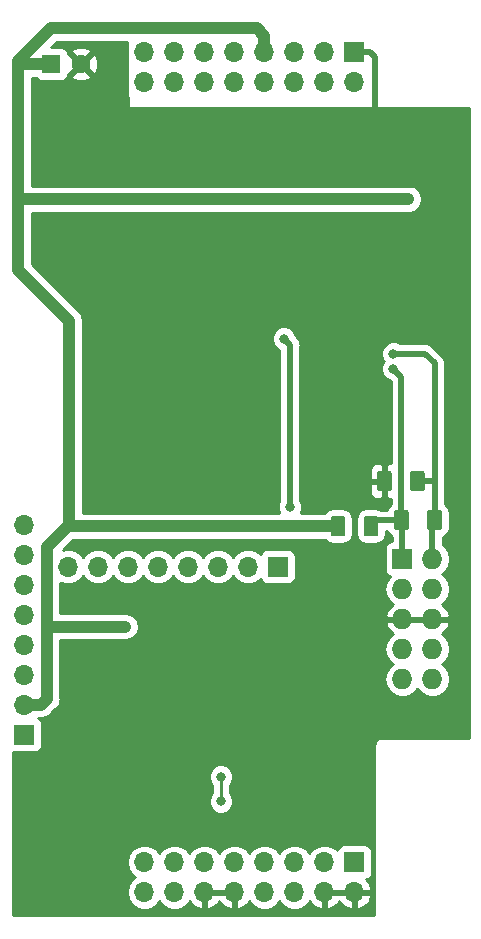
<source format=gbr>
G04 #@! TF.GenerationSoftware,KiCad,Pcbnew,(5.0.0-rc2-dev-451-g0294e41cb)*
G04 #@! TF.CreationDate,2018-10-10T22:07:44+02:00*
G04 #@! TF.ProjectId,TrackModBusMaster_piggyback,547261636B4D6F644275734D61737465,rev?*
G04 #@! TF.SameCoordinates,Original*
G04 #@! TF.FileFunction,Copper,L2,Bot,Signal*
G04 #@! TF.FilePolarity,Positive*
%FSLAX46Y46*%
G04 Gerber Fmt 4.6, Leading zero omitted, Abs format (unit mm)*
G04 Created by KiCad (PCBNEW (5.0.0-rc2-dev-451-g0294e41cb)) date 10/10/18 22:07:44*
%MOMM*%
%LPD*%
G01*
G04 APERTURE LIST*
%ADD10O,1.700000X1.700000*%
%ADD11R,1.700000X1.700000*%
%ADD12R,1.727200X1.727200*%
%ADD13O,1.727200X1.727200*%
%ADD14C,0.100000*%
%ADD15C,1.250000*%
%ADD16R,1.600000X1.600000*%
%ADD17C,1.600000*%
%ADD18C,0.800000*%
%ADD19C,0.500000*%
%ADD20C,0.250000*%
%ADD21C,1.000000*%
%ADD22C,0.254000*%
G04 APERTURE END LIST*
D10*
X116840000Y-48260000D03*
X116840000Y-45720000D03*
X119380000Y-48260000D03*
X119380000Y-45720000D03*
X121920000Y-48260000D03*
X121920000Y-45720000D03*
X124460000Y-48260000D03*
X124460000Y-45720000D03*
X127000000Y-48260000D03*
X127000000Y-45720000D03*
X129540000Y-48260000D03*
X129540000Y-45720000D03*
X132080000Y-48260000D03*
X132080000Y-45720000D03*
X134620000Y-48260000D03*
D11*
X134620000Y-45720000D03*
D12*
X138684000Y-88646000D03*
D13*
X141224000Y-88646000D03*
X138684000Y-91186000D03*
X141224000Y-91186000D03*
X138684000Y-93726000D03*
X141224000Y-93726000D03*
X138684000Y-96266000D03*
X141224000Y-96266000D03*
X138684000Y-98806000D03*
X141224000Y-98806000D03*
D11*
X134620000Y-114300000D03*
D10*
X134620000Y-116840000D03*
X132080000Y-114300000D03*
X132080000Y-116840000D03*
X129540000Y-114300000D03*
X129540000Y-116840000D03*
X127000000Y-114300000D03*
X127000000Y-116840000D03*
X124460000Y-114300000D03*
X124460000Y-116840000D03*
X121920000Y-114300000D03*
X121920000Y-116840000D03*
X119380000Y-114300000D03*
X119380000Y-116840000D03*
X116840000Y-114300000D03*
X116840000Y-116840000D03*
D11*
X128143000Y-89281000D03*
D10*
X125603000Y-89281000D03*
X123063000Y-89281000D03*
X120523000Y-89281000D03*
X117983000Y-89281000D03*
X115443000Y-89281000D03*
X112903000Y-89281000D03*
X110363000Y-89281000D03*
X106680000Y-85725000D03*
X106680000Y-88265000D03*
X106680000Y-90805000D03*
X106680000Y-93345000D03*
X106680000Y-95885000D03*
X106680000Y-98425000D03*
X106680000Y-100965000D03*
D11*
X106680000Y-103505000D03*
D14*
G36*
X136419504Y-84978204D02*
X136443773Y-84981804D01*
X136467571Y-84987765D01*
X136490671Y-84996030D01*
X136512849Y-85006520D01*
X136533893Y-85019133D01*
X136553598Y-85033747D01*
X136571777Y-85050223D01*
X136588253Y-85068402D01*
X136602867Y-85088107D01*
X136615480Y-85109151D01*
X136625970Y-85131329D01*
X136634235Y-85154429D01*
X136640196Y-85178227D01*
X136643796Y-85202496D01*
X136645000Y-85227000D01*
X136645000Y-86477000D01*
X136643796Y-86501504D01*
X136640196Y-86525773D01*
X136634235Y-86549571D01*
X136625970Y-86572671D01*
X136615480Y-86594849D01*
X136602867Y-86615893D01*
X136588253Y-86635598D01*
X136571777Y-86653777D01*
X136553598Y-86670253D01*
X136533893Y-86684867D01*
X136512849Y-86697480D01*
X136490671Y-86707970D01*
X136467571Y-86716235D01*
X136443773Y-86722196D01*
X136419504Y-86725796D01*
X136395000Y-86727000D01*
X135645000Y-86727000D01*
X135620496Y-86725796D01*
X135596227Y-86722196D01*
X135572429Y-86716235D01*
X135549329Y-86707970D01*
X135527151Y-86697480D01*
X135506107Y-86684867D01*
X135486402Y-86670253D01*
X135468223Y-86653777D01*
X135451747Y-86635598D01*
X135437133Y-86615893D01*
X135424520Y-86594849D01*
X135414030Y-86572671D01*
X135405765Y-86549571D01*
X135399804Y-86525773D01*
X135396204Y-86501504D01*
X135395000Y-86477000D01*
X135395000Y-85227000D01*
X135396204Y-85202496D01*
X135399804Y-85178227D01*
X135405765Y-85154429D01*
X135414030Y-85131329D01*
X135424520Y-85109151D01*
X135437133Y-85088107D01*
X135451747Y-85068402D01*
X135468223Y-85050223D01*
X135486402Y-85033747D01*
X135506107Y-85019133D01*
X135527151Y-85006520D01*
X135549329Y-84996030D01*
X135572429Y-84987765D01*
X135596227Y-84981804D01*
X135620496Y-84978204D01*
X135645000Y-84977000D01*
X136395000Y-84977000D01*
X136419504Y-84978204D01*
X136419504Y-84978204D01*
G37*
D15*
X136020000Y-85852000D03*
D14*
G36*
X133619504Y-84978204D02*
X133643773Y-84981804D01*
X133667571Y-84987765D01*
X133690671Y-84996030D01*
X133712849Y-85006520D01*
X133733893Y-85019133D01*
X133753598Y-85033747D01*
X133771777Y-85050223D01*
X133788253Y-85068402D01*
X133802867Y-85088107D01*
X133815480Y-85109151D01*
X133825970Y-85131329D01*
X133834235Y-85154429D01*
X133840196Y-85178227D01*
X133843796Y-85202496D01*
X133845000Y-85227000D01*
X133845000Y-86477000D01*
X133843796Y-86501504D01*
X133840196Y-86525773D01*
X133834235Y-86549571D01*
X133825970Y-86572671D01*
X133815480Y-86594849D01*
X133802867Y-86615893D01*
X133788253Y-86635598D01*
X133771777Y-86653777D01*
X133753598Y-86670253D01*
X133733893Y-86684867D01*
X133712849Y-86697480D01*
X133690671Y-86707970D01*
X133667571Y-86716235D01*
X133643773Y-86722196D01*
X133619504Y-86725796D01*
X133595000Y-86727000D01*
X132845000Y-86727000D01*
X132820496Y-86725796D01*
X132796227Y-86722196D01*
X132772429Y-86716235D01*
X132749329Y-86707970D01*
X132727151Y-86697480D01*
X132706107Y-86684867D01*
X132686402Y-86670253D01*
X132668223Y-86653777D01*
X132651747Y-86635598D01*
X132637133Y-86615893D01*
X132624520Y-86594849D01*
X132614030Y-86572671D01*
X132605765Y-86549571D01*
X132599804Y-86525773D01*
X132596204Y-86501504D01*
X132595000Y-86477000D01*
X132595000Y-85227000D01*
X132596204Y-85202496D01*
X132599804Y-85178227D01*
X132605765Y-85154429D01*
X132614030Y-85131329D01*
X132624520Y-85109151D01*
X132637133Y-85088107D01*
X132651747Y-85068402D01*
X132668223Y-85050223D01*
X132686402Y-85033747D01*
X132706107Y-85019133D01*
X132727151Y-85006520D01*
X132749329Y-84996030D01*
X132772429Y-84987765D01*
X132796227Y-84981804D01*
X132820496Y-84978204D01*
X132845000Y-84977000D01*
X133595000Y-84977000D01*
X133619504Y-84978204D01*
X133619504Y-84978204D01*
G37*
D15*
X133220000Y-85852000D03*
D14*
G36*
X139000520Y-84470204D02*
X139024789Y-84473804D01*
X139048587Y-84479765D01*
X139071687Y-84488030D01*
X139093865Y-84498520D01*
X139114909Y-84511133D01*
X139134614Y-84525747D01*
X139152793Y-84542223D01*
X139169269Y-84560402D01*
X139183883Y-84580107D01*
X139196496Y-84601151D01*
X139206986Y-84623329D01*
X139215251Y-84646429D01*
X139221212Y-84670227D01*
X139224812Y-84694496D01*
X139226016Y-84719000D01*
X139226016Y-85969000D01*
X139224812Y-85993504D01*
X139221212Y-86017773D01*
X139215251Y-86041571D01*
X139206986Y-86064671D01*
X139196496Y-86086849D01*
X139183883Y-86107893D01*
X139169269Y-86127598D01*
X139152793Y-86145777D01*
X139134614Y-86162253D01*
X139114909Y-86176867D01*
X139093865Y-86189480D01*
X139071687Y-86199970D01*
X139048587Y-86208235D01*
X139024789Y-86214196D01*
X139000520Y-86217796D01*
X138976016Y-86219000D01*
X138226016Y-86219000D01*
X138201512Y-86217796D01*
X138177243Y-86214196D01*
X138153445Y-86208235D01*
X138130345Y-86199970D01*
X138108167Y-86189480D01*
X138087123Y-86176867D01*
X138067418Y-86162253D01*
X138049239Y-86145777D01*
X138032763Y-86127598D01*
X138018149Y-86107893D01*
X138005536Y-86086849D01*
X137995046Y-86064671D01*
X137986781Y-86041571D01*
X137980820Y-86017773D01*
X137977220Y-85993504D01*
X137976016Y-85969000D01*
X137976016Y-84719000D01*
X137977220Y-84694496D01*
X137980820Y-84670227D01*
X137986781Y-84646429D01*
X137995046Y-84623329D01*
X138005536Y-84601151D01*
X138018149Y-84580107D01*
X138032763Y-84560402D01*
X138049239Y-84542223D01*
X138067418Y-84525747D01*
X138087123Y-84511133D01*
X138108167Y-84498520D01*
X138130345Y-84488030D01*
X138153445Y-84479765D01*
X138177243Y-84473804D01*
X138201512Y-84470204D01*
X138226016Y-84469000D01*
X138976016Y-84469000D01*
X139000520Y-84470204D01*
X139000520Y-84470204D01*
G37*
D15*
X138601016Y-85344000D03*
D14*
G36*
X141800520Y-84470204D02*
X141824789Y-84473804D01*
X141848587Y-84479765D01*
X141871687Y-84488030D01*
X141893865Y-84498520D01*
X141914909Y-84511133D01*
X141934614Y-84525747D01*
X141952793Y-84542223D01*
X141969269Y-84560402D01*
X141983883Y-84580107D01*
X141996496Y-84601151D01*
X142006986Y-84623329D01*
X142015251Y-84646429D01*
X142021212Y-84670227D01*
X142024812Y-84694496D01*
X142026016Y-84719000D01*
X142026016Y-85969000D01*
X142024812Y-85993504D01*
X142021212Y-86017773D01*
X142015251Y-86041571D01*
X142006986Y-86064671D01*
X141996496Y-86086849D01*
X141983883Y-86107893D01*
X141969269Y-86127598D01*
X141952793Y-86145777D01*
X141934614Y-86162253D01*
X141914909Y-86176867D01*
X141893865Y-86189480D01*
X141871687Y-86199970D01*
X141848587Y-86208235D01*
X141824789Y-86214196D01*
X141800520Y-86217796D01*
X141776016Y-86219000D01*
X141026016Y-86219000D01*
X141001512Y-86217796D01*
X140977243Y-86214196D01*
X140953445Y-86208235D01*
X140930345Y-86199970D01*
X140908167Y-86189480D01*
X140887123Y-86176867D01*
X140867418Y-86162253D01*
X140849239Y-86145777D01*
X140832763Y-86127598D01*
X140818149Y-86107893D01*
X140805536Y-86086849D01*
X140795046Y-86064671D01*
X140786781Y-86041571D01*
X140780820Y-86017773D01*
X140777220Y-85993504D01*
X140776016Y-85969000D01*
X140776016Y-84719000D01*
X140777220Y-84694496D01*
X140780820Y-84670227D01*
X140786781Y-84646429D01*
X140795046Y-84623329D01*
X140805536Y-84601151D01*
X140818149Y-84580107D01*
X140832763Y-84560402D01*
X140849239Y-84542223D01*
X140867418Y-84525747D01*
X140887123Y-84511133D01*
X140908167Y-84498520D01*
X140930345Y-84488030D01*
X140953445Y-84479765D01*
X140977243Y-84473804D01*
X141001512Y-84470204D01*
X141026016Y-84469000D01*
X141776016Y-84469000D01*
X141800520Y-84470204D01*
X141800520Y-84470204D01*
G37*
D15*
X141401016Y-85344000D03*
D14*
G36*
X137556504Y-81168204D02*
X137580773Y-81171804D01*
X137604571Y-81177765D01*
X137627671Y-81186030D01*
X137649849Y-81196520D01*
X137670893Y-81209133D01*
X137690598Y-81223747D01*
X137708777Y-81240223D01*
X137725253Y-81258402D01*
X137739867Y-81278107D01*
X137752480Y-81299151D01*
X137762970Y-81321329D01*
X137771235Y-81344429D01*
X137777196Y-81368227D01*
X137780796Y-81392496D01*
X137782000Y-81417000D01*
X137782000Y-82667000D01*
X137780796Y-82691504D01*
X137777196Y-82715773D01*
X137771235Y-82739571D01*
X137762970Y-82762671D01*
X137752480Y-82784849D01*
X137739867Y-82805893D01*
X137725253Y-82825598D01*
X137708777Y-82843777D01*
X137690598Y-82860253D01*
X137670893Y-82874867D01*
X137649849Y-82887480D01*
X137627671Y-82897970D01*
X137604571Y-82906235D01*
X137580773Y-82912196D01*
X137556504Y-82915796D01*
X137532000Y-82917000D01*
X136782000Y-82917000D01*
X136757496Y-82915796D01*
X136733227Y-82912196D01*
X136709429Y-82906235D01*
X136686329Y-82897970D01*
X136664151Y-82887480D01*
X136643107Y-82874867D01*
X136623402Y-82860253D01*
X136605223Y-82843777D01*
X136588747Y-82825598D01*
X136574133Y-82805893D01*
X136561520Y-82784849D01*
X136551030Y-82762671D01*
X136542765Y-82739571D01*
X136536804Y-82715773D01*
X136533204Y-82691504D01*
X136532000Y-82667000D01*
X136532000Y-81417000D01*
X136533204Y-81392496D01*
X136536804Y-81368227D01*
X136542765Y-81344429D01*
X136551030Y-81321329D01*
X136561520Y-81299151D01*
X136574133Y-81278107D01*
X136588747Y-81258402D01*
X136605223Y-81240223D01*
X136623402Y-81223747D01*
X136643107Y-81209133D01*
X136664151Y-81196520D01*
X136686329Y-81186030D01*
X136709429Y-81177765D01*
X136733227Y-81171804D01*
X136757496Y-81168204D01*
X136782000Y-81167000D01*
X137532000Y-81167000D01*
X137556504Y-81168204D01*
X137556504Y-81168204D01*
G37*
D15*
X137157000Y-82042000D03*
D14*
G36*
X140356504Y-81168204D02*
X140380773Y-81171804D01*
X140404571Y-81177765D01*
X140427671Y-81186030D01*
X140449849Y-81196520D01*
X140470893Y-81209133D01*
X140490598Y-81223747D01*
X140508777Y-81240223D01*
X140525253Y-81258402D01*
X140539867Y-81278107D01*
X140552480Y-81299151D01*
X140562970Y-81321329D01*
X140571235Y-81344429D01*
X140577196Y-81368227D01*
X140580796Y-81392496D01*
X140582000Y-81417000D01*
X140582000Y-82667000D01*
X140580796Y-82691504D01*
X140577196Y-82715773D01*
X140571235Y-82739571D01*
X140562970Y-82762671D01*
X140552480Y-82784849D01*
X140539867Y-82805893D01*
X140525253Y-82825598D01*
X140508777Y-82843777D01*
X140490598Y-82860253D01*
X140470893Y-82874867D01*
X140449849Y-82887480D01*
X140427671Y-82897970D01*
X140404571Y-82906235D01*
X140380773Y-82912196D01*
X140356504Y-82915796D01*
X140332000Y-82917000D01*
X139582000Y-82917000D01*
X139557496Y-82915796D01*
X139533227Y-82912196D01*
X139509429Y-82906235D01*
X139486329Y-82897970D01*
X139464151Y-82887480D01*
X139443107Y-82874867D01*
X139423402Y-82860253D01*
X139405223Y-82843777D01*
X139388747Y-82825598D01*
X139374133Y-82805893D01*
X139361520Y-82784849D01*
X139351030Y-82762671D01*
X139342765Y-82739571D01*
X139336804Y-82715773D01*
X139333204Y-82691504D01*
X139332000Y-82667000D01*
X139332000Y-81417000D01*
X139333204Y-81392496D01*
X139336804Y-81368227D01*
X139342765Y-81344429D01*
X139351030Y-81321329D01*
X139361520Y-81299151D01*
X139374133Y-81278107D01*
X139388747Y-81258402D01*
X139405223Y-81240223D01*
X139423402Y-81223747D01*
X139443107Y-81209133D01*
X139464151Y-81196520D01*
X139486329Y-81186030D01*
X139509429Y-81177765D01*
X139533227Y-81171804D01*
X139557496Y-81168204D01*
X139582000Y-81167000D01*
X140332000Y-81167000D01*
X140356504Y-81168204D01*
X140356504Y-81168204D01*
G37*
D15*
X139957000Y-82042000D03*
D16*
X108966000Y-46736000D03*
D17*
X111466000Y-46736000D03*
D18*
X122936000Y-64008000D03*
X134112000Y-60959992D03*
X125793500Y-104648000D03*
X133985000Y-82994500D03*
X136017000Y-75374500D03*
X114554000Y-111887000D03*
X116713000Y-104140000D03*
X116713002Y-94742000D03*
X109093000Y-103632000D03*
X114300000Y-45466000D03*
X132080000Y-110617000D03*
X123317000Y-109156500D03*
X123317000Y-107061000D03*
X124460008Y-58166000D03*
X115189000Y-94361000D03*
X139192000Y-58166000D03*
X137922000Y-72517000D03*
X137922000Y-71247000D03*
X129159000Y-84201000D03*
X128651000Y-69977000D03*
D19*
X135970000Y-45720000D02*
X136398000Y-46148000D01*
X134620000Y-45720000D02*
X135970000Y-45720000D01*
X136398000Y-46148000D02*
X136398000Y-51308000D01*
D20*
X123317000Y-109156500D02*
X123317000Y-108590815D01*
X123317000Y-108590815D02*
X123317000Y-107061000D01*
D21*
X106172000Y-46482000D02*
X106172000Y-58166000D01*
X106172000Y-58166000D02*
X124460008Y-58166000D01*
X106172000Y-46736000D02*
X106172000Y-46482000D01*
X108966000Y-46736000D02*
X106172000Y-46736000D01*
X110617000Y-85852000D02*
X133220000Y-85852000D01*
X110490000Y-85725000D02*
X110617000Y-85852000D01*
X110490000Y-68453000D02*
X110490000Y-85725000D01*
X106172000Y-58166000D02*
X106172000Y-64135000D01*
X106172000Y-64135000D02*
X110490000Y-68453000D01*
X108077000Y-100965000D02*
X106680000Y-100965000D01*
X108585000Y-100457000D02*
X108077000Y-100965000D01*
X110490000Y-85725000D02*
X108585000Y-87630000D01*
X108585000Y-94361000D02*
X108585000Y-100457000D01*
X108585000Y-87630000D02*
X108585000Y-94361000D01*
X108585000Y-94361000D02*
X115189000Y-94361000D01*
X124460008Y-58166000D02*
X139192000Y-58166000D01*
X108966000Y-43688000D02*
X106172000Y-46482000D01*
X126365000Y-43688000D02*
X108966000Y-43688000D01*
X127000000Y-45720000D02*
X127000000Y-44323000D01*
X127000000Y-44323000D02*
X126365000Y-43688000D01*
D19*
X138684000Y-85595851D02*
X138601016Y-85512867D01*
X138684000Y-88646000D02*
X138684000Y-85595851D01*
X138601016Y-73196016D02*
X138601016Y-85344000D01*
X137922000Y-72517000D02*
X138601016Y-73196016D01*
X136020000Y-85344000D02*
X138601016Y-85344000D01*
X141224000Y-85689883D02*
X141401016Y-85512867D01*
X141224000Y-88646000D02*
X141224000Y-85689883D01*
X137922000Y-71247000D02*
X140589000Y-71247000D01*
X140589000Y-71247000D02*
X141401016Y-72059016D01*
X140682000Y-82042000D02*
X141401016Y-82042000D01*
X139957000Y-82042000D02*
X140682000Y-82042000D01*
X141401016Y-72059016D02*
X141401016Y-82042000D01*
X141401016Y-82042000D02*
X141401016Y-85344000D01*
X129159000Y-84201000D02*
X129159000Y-83635315D01*
X129159000Y-83635315D02*
X129159000Y-72644000D01*
X129159000Y-72644000D02*
X129159000Y-70485000D01*
X129159000Y-70485000D02*
X128651000Y-69977000D01*
D22*
G36*
X115385736Y-45419221D02*
X115325908Y-45720000D01*
X115388420Y-46034271D01*
X115399680Y-48614671D01*
X115398514Y-48616892D01*
X115399700Y-48619418D01*
X115407001Y-50292554D01*
X115416667Y-50340601D01*
X115444197Y-50381803D01*
X115485399Y-50409333D01*
X115534000Y-50419000D01*
X144290001Y-50419000D01*
X144290000Y-103790000D01*
X137069925Y-103790000D01*
X137000000Y-103776091D01*
X136930074Y-103790000D01*
X136722972Y-103831195D01*
X136488119Y-103988119D01*
X136331195Y-104222972D01*
X136276091Y-104500000D01*
X136290000Y-104569925D01*
X136290001Y-118790000D01*
X105710000Y-118790000D01*
X105710000Y-114300000D01*
X115325908Y-114300000D01*
X115441161Y-114879418D01*
X115769375Y-115370625D01*
X116067761Y-115570000D01*
X115769375Y-115769375D01*
X115441161Y-116260582D01*
X115325908Y-116840000D01*
X115441161Y-117419418D01*
X115769375Y-117910625D01*
X116260582Y-118238839D01*
X116693744Y-118325000D01*
X116986256Y-118325000D01*
X117419418Y-118238839D01*
X117910625Y-117910625D01*
X118110000Y-117612239D01*
X118309375Y-117910625D01*
X118800582Y-118238839D01*
X119233744Y-118325000D01*
X119526256Y-118325000D01*
X119959418Y-118238839D01*
X120450625Y-117910625D01*
X120663843Y-117591522D01*
X120724817Y-117721358D01*
X121153076Y-118111645D01*
X121563110Y-118281476D01*
X121793000Y-118160155D01*
X121793000Y-116967000D01*
X122047000Y-116967000D01*
X122047000Y-118160155D01*
X122276890Y-118281476D01*
X122686924Y-118111645D01*
X123115183Y-117721358D01*
X123190000Y-117562046D01*
X123264817Y-117721358D01*
X123693076Y-118111645D01*
X124103110Y-118281476D01*
X124333000Y-118160155D01*
X124333000Y-116967000D01*
X122047000Y-116967000D01*
X121793000Y-116967000D01*
X121773000Y-116967000D01*
X121773000Y-116713000D01*
X121793000Y-116713000D01*
X121793000Y-116693000D01*
X122047000Y-116693000D01*
X122047000Y-116713000D01*
X124333000Y-116713000D01*
X124333000Y-116693000D01*
X124587000Y-116693000D01*
X124587000Y-116713000D01*
X124607000Y-116713000D01*
X124607000Y-116967000D01*
X124587000Y-116967000D01*
X124587000Y-118160155D01*
X124816890Y-118281476D01*
X125226924Y-118111645D01*
X125655183Y-117721358D01*
X125716157Y-117591522D01*
X125929375Y-117910625D01*
X126420582Y-118238839D01*
X126853744Y-118325000D01*
X127146256Y-118325000D01*
X127579418Y-118238839D01*
X128070625Y-117910625D01*
X128270000Y-117612239D01*
X128469375Y-117910625D01*
X128960582Y-118238839D01*
X129393744Y-118325000D01*
X129686256Y-118325000D01*
X130119418Y-118238839D01*
X130610625Y-117910625D01*
X130823843Y-117591522D01*
X130884817Y-117721358D01*
X131313076Y-118111645D01*
X131723110Y-118281476D01*
X131953000Y-118160155D01*
X131953000Y-116967000D01*
X132207000Y-116967000D01*
X132207000Y-118160155D01*
X132436890Y-118281476D01*
X132846924Y-118111645D01*
X133275183Y-117721358D01*
X133350000Y-117562046D01*
X133424817Y-117721358D01*
X133853076Y-118111645D01*
X134263110Y-118281476D01*
X134493000Y-118160155D01*
X134493000Y-116967000D01*
X134747000Y-116967000D01*
X134747000Y-118160155D01*
X134976890Y-118281476D01*
X135386924Y-118111645D01*
X135815183Y-117721358D01*
X136061486Y-117196892D01*
X135940819Y-116967000D01*
X134747000Y-116967000D01*
X134493000Y-116967000D01*
X132207000Y-116967000D01*
X131953000Y-116967000D01*
X131933000Y-116967000D01*
X131933000Y-116713000D01*
X131953000Y-116713000D01*
X131953000Y-116693000D01*
X132207000Y-116693000D01*
X132207000Y-116713000D01*
X134493000Y-116713000D01*
X134493000Y-116693000D01*
X134747000Y-116693000D01*
X134747000Y-116713000D01*
X135940819Y-116713000D01*
X136061486Y-116483108D01*
X135815183Y-115958642D01*
X135608145Y-115769961D01*
X135717765Y-115748157D01*
X135927809Y-115607809D01*
X136068157Y-115397765D01*
X136117440Y-115150000D01*
X136117440Y-113450000D01*
X136068157Y-113202235D01*
X135927809Y-112992191D01*
X135717765Y-112851843D01*
X135470000Y-112802560D01*
X133770000Y-112802560D01*
X133522235Y-112851843D01*
X133312191Y-112992191D01*
X133171843Y-113202235D01*
X133162816Y-113247619D01*
X133150625Y-113229375D01*
X132659418Y-112901161D01*
X132226256Y-112815000D01*
X131933744Y-112815000D01*
X131500582Y-112901161D01*
X131009375Y-113229375D01*
X130810000Y-113527761D01*
X130610625Y-113229375D01*
X130119418Y-112901161D01*
X129686256Y-112815000D01*
X129393744Y-112815000D01*
X128960582Y-112901161D01*
X128469375Y-113229375D01*
X128270000Y-113527761D01*
X128070625Y-113229375D01*
X127579418Y-112901161D01*
X127146256Y-112815000D01*
X126853744Y-112815000D01*
X126420582Y-112901161D01*
X125929375Y-113229375D01*
X125730000Y-113527761D01*
X125530625Y-113229375D01*
X125039418Y-112901161D01*
X124606256Y-112815000D01*
X124313744Y-112815000D01*
X123880582Y-112901161D01*
X123389375Y-113229375D01*
X123190000Y-113527761D01*
X122990625Y-113229375D01*
X122499418Y-112901161D01*
X122066256Y-112815000D01*
X121773744Y-112815000D01*
X121340582Y-112901161D01*
X120849375Y-113229375D01*
X120650000Y-113527761D01*
X120450625Y-113229375D01*
X119959418Y-112901161D01*
X119526256Y-112815000D01*
X119233744Y-112815000D01*
X118800582Y-112901161D01*
X118309375Y-113229375D01*
X118110000Y-113527761D01*
X117910625Y-113229375D01*
X117419418Y-112901161D01*
X116986256Y-112815000D01*
X116693744Y-112815000D01*
X116260582Y-112901161D01*
X115769375Y-113229375D01*
X115441161Y-113720582D01*
X115325908Y-114300000D01*
X105710000Y-114300000D01*
X105710000Y-106855126D01*
X122282000Y-106855126D01*
X122282000Y-107266874D01*
X122439569Y-107647280D01*
X122557001Y-107764712D01*
X122557000Y-108452789D01*
X122439569Y-108570220D01*
X122282000Y-108950626D01*
X122282000Y-109362374D01*
X122439569Y-109742780D01*
X122730720Y-110033931D01*
X123111126Y-110191500D01*
X123522874Y-110191500D01*
X123903280Y-110033931D01*
X124194431Y-109742780D01*
X124352000Y-109362374D01*
X124352000Y-108950626D01*
X124194431Y-108570220D01*
X124077000Y-108452789D01*
X124077000Y-107764711D01*
X124194431Y-107647280D01*
X124352000Y-107266874D01*
X124352000Y-106855126D01*
X124194431Y-106474720D01*
X123903280Y-106183569D01*
X123522874Y-106026000D01*
X123111126Y-106026000D01*
X122730720Y-106183569D01*
X122439569Y-106474720D01*
X122282000Y-106855126D01*
X105710000Y-106855126D01*
X105710000Y-104978571D01*
X105830000Y-105002440D01*
X107530000Y-105002440D01*
X107777765Y-104953157D01*
X107987809Y-104812809D01*
X108128157Y-104602765D01*
X108177440Y-104355000D01*
X108177440Y-102655000D01*
X108128157Y-102407235D01*
X107987809Y-102197191D01*
X107842354Y-102100000D01*
X107965217Y-102100000D01*
X108077000Y-102122235D01*
X108188783Y-102100000D01*
X108519855Y-102034146D01*
X108895289Y-101783289D01*
X108958612Y-101688519D01*
X109308520Y-101338611D01*
X109403289Y-101275289D01*
X109654146Y-100899855D01*
X109720000Y-100568783D01*
X109742235Y-100457001D01*
X109720000Y-100345219D01*
X109720000Y-96266000D01*
X137156041Y-96266000D01*
X137272350Y-96850725D01*
X137603570Y-97346430D01*
X137887281Y-97536000D01*
X137603570Y-97725570D01*
X137272350Y-98221275D01*
X137156041Y-98806000D01*
X137272350Y-99390725D01*
X137603570Y-99886430D01*
X138099275Y-100217650D01*
X138536402Y-100304600D01*
X138831598Y-100304600D01*
X139268725Y-100217650D01*
X139764430Y-99886430D01*
X139954000Y-99602719D01*
X140143570Y-99886430D01*
X140639275Y-100217650D01*
X141076402Y-100304600D01*
X141371598Y-100304600D01*
X141808725Y-100217650D01*
X142304430Y-99886430D01*
X142635650Y-99390725D01*
X142751959Y-98806000D01*
X142635650Y-98221275D01*
X142304430Y-97725570D01*
X142020719Y-97536000D01*
X142304430Y-97346430D01*
X142635650Y-96850725D01*
X142751959Y-96266000D01*
X142635650Y-95681275D01*
X142304430Y-95185570D01*
X142002979Y-94984146D01*
X142112490Y-94932821D01*
X142506688Y-94500947D01*
X142678958Y-94085026D01*
X142557817Y-93853000D01*
X141351000Y-93853000D01*
X141351000Y-93873000D01*
X141097000Y-93873000D01*
X141097000Y-93853000D01*
X138811000Y-93853000D01*
X138811000Y-93873000D01*
X138557000Y-93873000D01*
X138557000Y-93853000D01*
X137350183Y-93853000D01*
X137229042Y-94085026D01*
X137401312Y-94500947D01*
X137795510Y-94932821D01*
X137905021Y-94984146D01*
X137603570Y-95185570D01*
X137272350Y-95681275D01*
X137156041Y-96266000D01*
X109720000Y-96266000D01*
X109720000Y-95496000D01*
X115300783Y-95496000D01*
X115631855Y-95430146D01*
X116007289Y-95179289D01*
X116258146Y-94803855D01*
X116346235Y-94361000D01*
X116258146Y-93918145D01*
X116007289Y-93542711D01*
X115631855Y-93291854D01*
X115300783Y-93226000D01*
X109720000Y-93226000D01*
X109720000Y-90637355D01*
X109783582Y-90679839D01*
X110216744Y-90766000D01*
X110509256Y-90766000D01*
X110942418Y-90679839D01*
X111433625Y-90351625D01*
X111633000Y-90053239D01*
X111832375Y-90351625D01*
X112323582Y-90679839D01*
X112756744Y-90766000D01*
X113049256Y-90766000D01*
X113482418Y-90679839D01*
X113973625Y-90351625D01*
X114173000Y-90053239D01*
X114372375Y-90351625D01*
X114863582Y-90679839D01*
X115296744Y-90766000D01*
X115589256Y-90766000D01*
X116022418Y-90679839D01*
X116513625Y-90351625D01*
X116713000Y-90053239D01*
X116912375Y-90351625D01*
X117403582Y-90679839D01*
X117836744Y-90766000D01*
X118129256Y-90766000D01*
X118562418Y-90679839D01*
X119053625Y-90351625D01*
X119253000Y-90053239D01*
X119452375Y-90351625D01*
X119943582Y-90679839D01*
X120376744Y-90766000D01*
X120669256Y-90766000D01*
X121102418Y-90679839D01*
X121593625Y-90351625D01*
X121793000Y-90053239D01*
X121992375Y-90351625D01*
X122483582Y-90679839D01*
X122916744Y-90766000D01*
X123209256Y-90766000D01*
X123642418Y-90679839D01*
X124133625Y-90351625D01*
X124333000Y-90053239D01*
X124532375Y-90351625D01*
X125023582Y-90679839D01*
X125456744Y-90766000D01*
X125749256Y-90766000D01*
X126182418Y-90679839D01*
X126673625Y-90351625D01*
X126685816Y-90333381D01*
X126694843Y-90378765D01*
X126835191Y-90588809D01*
X127045235Y-90729157D01*
X127293000Y-90778440D01*
X128993000Y-90778440D01*
X129240765Y-90729157D01*
X129450809Y-90588809D01*
X129591157Y-90378765D01*
X129640440Y-90131000D01*
X129640440Y-88431000D01*
X129591157Y-88183235D01*
X129450809Y-87973191D01*
X129240765Y-87832843D01*
X128993000Y-87783560D01*
X127293000Y-87783560D01*
X127045235Y-87832843D01*
X126835191Y-87973191D01*
X126694843Y-88183235D01*
X126685816Y-88228619D01*
X126673625Y-88210375D01*
X126182418Y-87882161D01*
X125749256Y-87796000D01*
X125456744Y-87796000D01*
X125023582Y-87882161D01*
X124532375Y-88210375D01*
X124333000Y-88508761D01*
X124133625Y-88210375D01*
X123642418Y-87882161D01*
X123209256Y-87796000D01*
X122916744Y-87796000D01*
X122483582Y-87882161D01*
X121992375Y-88210375D01*
X121793000Y-88508761D01*
X121593625Y-88210375D01*
X121102418Y-87882161D01*
X120669256Y-87796000D01*
X120376744Y-87796000D01*
X119943582Y-87882161D01*
X119452375Y-88210375D01*
X119253000Y-88508761D01*
X119053625Y-88210375D01*
X118562418Y-87882161D01*
X118129256Y-87796000D01*
X117836744Y-87796000D01*
X117403582Y-87882161D01*
X116912375Y-88210375D01*
X116713000Y-88508761D01*
X116513625Y-88210375D01*
X116022418Y-87882161D01*
X115589256Y-87796000D01*
X115296744Y-87796000D01*
X114863582Y-87882161D01*
X114372375Y-88210375D01*
X114173000Y-88508761D01*
X113973625Y-88210375D01*
X113482418Y-87882161D01*
X113049256Y-87796000D01*
X112756744Y-87796000D01*
X112323582Y-87882161D01*
X111832375Y-88210375D01*
X111633000Y-88508761D01*
X111433625Y-88210375D01*
X110942418Y-87882161D01*
X110509256Y-87796000D01*
X110216744Y-87796000D01*
X109976305Y-87843826D01*
X110833132Y-86987000D01*
X132127169Y-86987000D01*
X132210414Y-87111586D01*
X132501565Y-87306126D01*
X132845000Y-87374440D01*
X133595000Y-87374440D01*
X133938435Y-87306126D01*
X134229586Y-87111586D01*
X134424126Y-86820435D01*
X134492440Y-86477000D01*
X134492440Y-85227000D01*
X134747560Y-85227000D01*
X134747560Y-86477000D01*
X134815874Y-86820435D01*
X135010414Y-87111586D01*
X135301565Y-87306126D01*
X135645000Y-87374440D01*
X136395000Y-87374440D01*
X136738435Y-87306126D01*
X137029586Y-87111586D01*
X137224126Y-86820435D01*
X137292440Y-86477000D01*
X137292440Y-86229000D01*
X137380294Y-86229000D01*
X137396890Y-86312435D01*
X137591430Y-86603586D01*
X137799001Y-86742280D01*
X137799000Y-87139217D01*
X137572635Y-87184243D01*
X137362591Y-87324591D01*
X137222243Y-87534635D01*
X137172960Y-87782400D01*
X137172960Y-89509600D01*
X137222243Y-89757365D01*
X137362591Y-89967409D01*
X137572635Y-90107757D01*
X137598651Y-90112932D01*
X137272350Y-90601275D01*
X137156041Y-91186000D01*
X137272350Y-91770725D01*
X137603570Y-92266430D01*
X137905021Y-92467854D01*
X137795510Y-92519179D01*
X137401312Y-92951053D01*
X137229042Y-93366974D01*
X137350183Y-93599000D01*
X138557000Y-93599000D01*
X138557000Y-93579000D01*
X138811000Y-93579000D01*
X138811000Y-93599000D01*
X141097000Y-93599000D01*
X141097000Y-93579000D01*
X141351000Y-93579000D01*
X141351000Y-93599000D01*
X142557817Y-93599000D01*
X142678958Y-93366974D01*
X142506688Y-92951053D01*
X142112490Y-92519179D01*
X142002979Y-92467854D01*
X142304430Y-92266430D01*
X142635650Y-91770725D01*
X142751959Y-91186000D01*
X142635650Y-90601275D01*
X142304430Y-90105570D01*
X142020719Y-89916000D01*
X142304430Y-89726430D01*
X142635650Y-89230725D01*
X142751959Y-88646000D01*
X142635650Y-88061275D01*
X142304430Y-87565570D01*
X142109000Y-87434988D01*
X142109000Y-86800205D01*
X142119451Y-86798126D01*
X142410602Y-86603586D01*
X142605142Y-86312435D01*
X142673456Y-85969000D01*
X142673456Y-84719000D01*
X142605142Y-84375565D01*
X142410602Y-84084414D01*
X142286016Y-84001169D01*
X142286016Y-82129165D01*
X142303354Y-82042000D01*
X142286016Y-81954835D01*
X142286016Y-72146175D01*
X142303353Y-72059015D01*
X142286016Y-71971856D01*
X142286016Y-71971851D01*
X142234668Y-71713706D01*
X142039065Y-71420967D01*
X141965172Y-71371593D01*
X141276425Y-70682847D01*
X141227049Y-70608951D01*
X140934310Y-70413348D01*
X140676165Y-70362000D01*
X140676161Y-70362000D01*
X140589000Y-70344663D01*
X140501839Y-70362000D01*
X138490007Y-70362000D01*
X138127874Y-70212000D01*
X137716126Y-70212000D01*
X137335720Y-70369569D01*
X137044569Y-70660720D01*
X136887000Y-71041126D01*
X136887000Y-71452874D01*
X137044569Y-71833280D01*
X137093289Y-71882000D01*
X137044569Y-71930720D01*
X136887000Y-72311126D01*
X136887000Y-72722874D01*
X137044569Y-73103280D01*
X137335720Y-73394431D01*
X137697852Y-73544431D01*
X137716016Y-73562595D01*
X137716017Y-80532000D01*
X137442750Y-80532000D01*
X137284000Y-80690750D01*
X137284000Y-81915000D01*
X137304000Y-81915000D01*
X137304000Y-82169000D01*
X137284000Y-82169000D01*
X137284000Y-83393250D01*
X137442750Y-83552000D01*
X137716017Y-83552000D01*
X137716017Y-84001168D01*
X137591430Y-84084414D01*
X137396890Y-84375565D01*
X137380294Y-84459000D01*
X136829917Y-84459000D01*
X136738435Y-84397874D01*
X136395000Y-84329560D01*
X135645000Y-84329560D01*
X135301565Y-84397874D01*
X135010414Y-84592414D01*
X134815874Y-84883565D01*
X134747560Y-85227000D01*
X134492440Y-85227000D01*
X134424126Y-84883565D01*
X134229586Y-84592414D01*
X133938435Y-84397874D01*
X133595000Y-84329560D01*
X132845000Y-84329560D01*
X132501565Y-84397874D01*
X132210414Y-84592414D01*
X132127169Y-84717000D01*
X130065542Y-84717000D01*
X130194000Y-84406874D01*
X130194000Y-83995126D01*
X130044000Y-83632993D01*
X130044000Y-82327750D01*
X135897000Y-82327750D01*
X135897000Y-83043310D01*
X135993673Y-83276699D01*
X136172302Y-83455327D01*
X136405691Y-83552000D01*
X136871250Y-83552000D01*
X137030000Y-83393250D01*
X137030000Y-82169000D01*
X136055750Y-82169000D01*
X135897000Y-82327750D01*
X130044000Y-82327750D01*
X130044000Y-81040690D01*
X135897000Y-81040690D01*
X135897000Y-81756250D01*
X136055750Y-81915000D01*
X137030000Y-81915000D01*
X137030000Y-80690750D01*
X136871250Y-80532000D01*
X136405691Y-80532000D01*
X136172302Y-80628673D01*
X135993673Y-80807301D01*
X135897000Y-81040690D01*
X130044000Y-81040690D01*
X130044000Y-70572159D01*
X130061337Y-70484999D01*
X130044000Y-70397839D01*
X130044000Y-70397835D01*
X129992652Y-70139690D01*
X129797049Y-69846951D01*
X129723153Y-69797575D01*
X129678431Y-69752853D01*
X129528431Y-69390720D01*
X129237280Y-69099569D01*
X128856874Y-68942000D01*
X128445126Y-68942000D01*
X128064720Y-69099569D01*
X127773569Y-69390720D01*
X127616000Y-69771126D01*
X127616000Y-70182874D01*
X127773569Y-70563280D01*
X128064720Y-70854431D01*
X128274001Y-70941118D01*
X128274000Y-72731164D01*
X128274001Y-72731169D01*
X128274000Y-83548150D01*
X128274000Y-83632993D01*
X128124000Y-83995126D01*
X128124000Y-84406874D01*
X128252458Y-84717000D01*
X111625000Y-84717000D01*
X111625000Y-68564782D01*
X111647235Y-68452999D01*
X111559146Y-68010145D01*
X111308289Y-67634711D01*
X111213522Y-67571390D01*
X107307000Y-63664869D01*
X107307000Y-59301000D01*
X139303783Y-59301000D01*
X139634855Y-59235146D01*
X140010289Y-58984289D01*
X140261146Y-58608855D01*
X140349235Y-58166000D01*
X140261146Y-57723145D01*
X140010289Y-57347711D01*
X139634855Y-57096854D01*
X139303783Y-57031000D01*
X107307000Y-57031000D01*
X107307000Y-47871000D01*
X107626132Y-47871000D01*
X107708191Y-47993809D01*
X107918235Y-48134157D01*
X108166000Y-48183440D01*
X109766000Y-48183440D01*
X110013765Y-48134157D01*
X110223809Y-47993809D01*
X110364157Y-47783765D01*
X110372117Y-47743745D01*
X110637861Y-47743745D01*
X110711995Y-47989864D01*
X111249223Y-48182965D01*
X111819454Y-48155778D01*
X112220005Y-47989864D01*
X112294139Y-47743745D01*
X111466000Y-46915605D01*
X110637861Y-47743745D01*
X110372117Y-47743745D01*
X110410693Y-47549813D01*
X110458255Y-47564139D01*
X111286395Y-46736000D01*
X111645605Y-46736000D01*
X112473745Y-47564139D01*
X112719864Y-47490005D01*
X112912965Y-46952777D01*
X112885778Y-46382546D01*
X112719864Y-45981995D01*
X112473745Y-45907861D01*
X111645605Y-46736000D01*
X111286395Y-46736000D01*
X110458255Y-45907861D01*
X110410693Y-45922187D01*
X110372118Y-45728255D01*
X110637861Y-45728255D01*
X111466000Y-46556395D01*
X112294139Y-45728255D01*
X112220005Y-45482136D01*
X111682777Y-45289035D01*
X111112546Y-45316222D01*
X110711995Y-45482136D01*
X110637861Y-45728255D01*
X110372118Y-45728255D01*
X110364157Y-45688235D01*
X110223809Y-45478191D01*
X110013765Y-45337843D01*
X109766000Y-45288560D01*
X108970572Y-45288560D01*
X109436132Y-44823000D01*
X115383135Y-44823000D01*
X115385736Y-45419221D01*
X115385736Y-45419221D01*
G37*
X115385736Y-45419221D02*
X115325908Y-45720000D01*
X115388420Y-46034271D01*
X115399680Y-48614671D01*
X115398514Y-48616892D01*
X115399700Y-48619418D01*
X115407001Y-50292554D01*
X115416667Y-50340601D01*
X115444197Y-50381803D01*
X115485399Y-50409333D01*
X115534000Y-50419000D01*
X144290001Y-50419000D01*
X144290000Y-103790000D01*
X137069925Y-103790000D01*
X137000000Y-103776091D01*
X136930074Y-103790000D01*
X136722972Y-103831195D01*
X136488119Y-103988119D01*
X136331195Y-104222972D01*
X136276091Y-104500000D01*
X136290000Y-104569925D01*
X136290001Y-118790000D01*
X105710000Y-118790000D01*
X105710000Y-114300000D01*
X115325908Y-114300000D01*
X115441161Y-114879418D01*
X115769375Y-115370625D01*
X116067761Y-115570000D01*
X115769375Y-115769375D01*
X115441161Y-116260582D01*
X115325908Y-116840000D01*
X115441161Y-117419418D01*
X115769375Y-117910625D01*
X116260582Y-118238839D01*
X116693744Y-118325000D01*
X116986256Y-118325000D01*
X117419418Y-118238839D01*
X117910625Y-117910625D01*
X118110000Y-117612239D01*
X118309375Y-117910625D01*
X118800582Y-118238839D01*
X119233744Y-118325000D01*
X119526256Y-118325000D01*
X119959418Y-118238839D01*
X120450625Y-117910625D01*
X120663843Y-117591522D01*
X120724817Y-117721358D01*
X121153076Y-118111645D01*
X121563110Y-118281476D01*
X121793000Y-118160155D01*
X121793000Y-116967000D01*
X122047000Y-116967000D01*
X122047000Y-118160155D01*
X122276890Y-118281476D01*
X122686924Y-118111645D01*
X123115183Y-117721358D01*
X123190000Y-117562046D01*
X123264817Y-117721358D01*
X123693076Y-118111645D01*
X124103110Y-118281476D01*
X124333000Y-118160155D01*
X124333000Y-116967000D01*
X122047000Y-116967000D01*
X121793000Y-116967000D01*
X121773000Y-116967000D01*
X121773000Y-116713000D01*
X121793000Y-116713000D01*
X121793000Y-116693000D01*
X122047000Y-116693000D01*
X122047000Y-116713000D01*
X124333000Y-116713000D01*
X124333000Y-116693000D01*
X124587000Y-116693000D01*
X124587000Y-116713000D01*
X124607000Y-116713000D01*
X124607000Y-116967000D01*
X124587000Y-116967000D01*
X124587000Y-118160155D01*
X124816890Y-118281476D01*
X125226924Y-118111645D01*
X125655183Y-117721358D01*
X125716157Y-117591522D01*
X125929375Y-117910625D01*
X126420582Y-118238839D01*
X126853744Y-118325000D01*
X127146256Y-118325000D01*
X127579418Y-118238839D01*
X128070625Y-117910625D01*
X128270000Y-117612239D01*
X128469375Y-117910625D01*
X128960582Y-118238839D01*
X129393744Y-118325000D01*
X129686256Y-118325000D01*
X130119418Y-118238839D01*
X130610625Y-117910625D01*
X130823843Y-117591522D01*
X130884817Y-117721358D01*
X131313076Y-118111645D01*
X131723110Y-118281476D01*
X131953000Y-118160155D01*
X131953000Y-116967000D01*
X132207000Y-116967000D01*
X132207000Y-118160155D01*
X132436890Y-118281476D01*
X132846924Y-118111645D01*
X133275183Y-117721358D01*
X133350000Y-117562046D01*
X133424817Y-117721358D01*
X133853076Y-118111645D01*
X134263110Y-118281476D01*
X134493000Y-118160155D01*
X134493000Y-116967000D01*
X134747000Y-116967000D01*
X134747000Y-118160155D01*
X134976890Y-118281476D01*
X135386924Y-118111645D01*
X135815183Y-117721358D01*
X136061486Y-117196892D01*
X135940819Y-116967000D01*
X134747000Y-116967000D01*
X134493000Y-116967000D01*
X132207000Y-116967000D01*
X131953000Y-116967000D01*
X131933000Y-116967000D01*
X131933000Y-116713000D01*
X131953000Y-116713000D01*
X131953000Y-116693000D01*
X132207000Y-116693000D01*
X132207000Y-116713000D01*
X134493000Y-116713000D01*
X134493000Y-116693000D01*
X134747000Y-116693000D01*
X134747000Y-116713000D01*
X135940819Y-116713000D01*
X136061486Y-116483108D01*
X135815183Y-115958642D01*
X135608145Y-115769961D01*
X135717765Y-115748157D01*
X135927809Y-115607809D01*
X136068157Y-115397765D01*
X136117440Y-115150000D01*
X136117440Y-113450000D01*
X136068157Y-113202235D01*
X135927809Y-112992191D01*
X135717765Y-112851843D01*
X135470000Y-112802560D01*
X133770000Y-112802560D01*
X133522235Y-112851843D01*
X133312191Y-112992191D01*
X133171843Y-113202235D01*
X133162816Y-113247619D01*
X133150625Y-113229375D01*
X132659418Y-112901161D01*
X132226256Y-112815000D01*
X131933744Y-112815000D01*
X131500582Y-112901161D01*
X131009375Y-113229375D01*
X130810000Y-113527761D01*
X130610625Y-113229375D01*
X130119418Y-112901161D01*
X129686256Y-112815000D01*
X129393744Y-112815000D01*
X128960582Y-112901161D01*
X128469375Y-113229375D01*
X128270000Y-113527761D01*
X128070625Y-113229375D01*
X127579418Y-112901161D01*
X127146256Y-112815000D01*
X126853744Y-112815000D01*
X126420582Y-112901161D01*
X125929375Y-113229375D01*
X125730000Y-113527761D01*
X125530625Y-113229375D01*
X125039418Y-112901161D01*
X124606256Y-112815000D01*
X124313744Y-112815000D01*
X123880582Y-112901161D01*
X123389375Y-113229375D01*
X123190000Y-113527761D01*
X122990625Y-113229375D01*
X122499418Y-112901161D01*
X122066256Y-112815000D01*
X121773744Y-112815000D01*
X121340582Y-112901161D01*
X120849375Y-113229375D01*
X120650000Y-113527761D01*
X120450625Y-113229375D01*
X119959418Y-112901161D01*
X119526256Y-112815000D01*
X119233744Y-112815000D01*
X118800582Y-112901161D01*
X118309375Y-113229375D01*
X118110000Y-113527761D01*
X117910625Y-113229375D01*
X117419418Y-112901161D01*
X116986256Y-112815000D01*
X116693744Y-112815000D01*
X116260582Y-112901161D01*
X115769375Y-113229375D01*
X115441161Y-113720582D01*
X115325908Y-114300000D01*
X105710000Y-114300000D01*
X105710000Y-106855126D01*
X122282000Y-106855126D01*
X122282000Y-107266874D01*
X122439569Y-107647280D01*
X122557001Y-107764712D01*
X122557000Y-108452789D01*
X122439569Y-108570220D01*
X122282000Y-108950626D01*
X122282000Y-109362374D01*
X122439569Y-109742780D01*
X122730720Y-110033931D01*
X123111126Y-110191500D01*
X123522874Y-110191500D01*
X123903280Y-110033931D01*
X124194431Y-109742780D01*
X124352000Y-109362374D01*
X124352000Y-108950626D01*
X124194431Y-108570220D01*
X124077000Y-108452789D01*
X124077000Y-107764711D01*
X124194431Y-107647280D01*
X124352000Y-107266874D01*
X124352000Y-106855126D01*
X124194431Y-106474720D01*
X123903280Y-106183569D01*
X123522874Y-106026000D01*
X123111126Y-106026000D01*
X122730720Y-106183569D01*
X122439569Y-106474720D01*
X122282000Y-106855126D01*
X105710000Y-106855126D01*
X105710000Y-104978571D01*
X105830000Y-105002440D01*
X107530000Y-105002440D01*
X107777765Y-104953157D01*
X107987809Y-104812809D01*
X108128157Y-104602765D01*
X108177440Y-104355000D01*
X108177440Y-102655000D01*
X108128157Y-102407235D01*
X107987809Y-102197191D01*
X107842354Y-102100000D01*
X107965217Y-102100000D01*
X108077000Y-102122235D01*
X108188783Y-102100000D01*
X108519855Y-102034146D01*
X108895289Y-101783289D01*
X108958612Y-101688519D01*
X109308520Y-101338611D01*
X109403289Y-101275289D01*
X109654146Y-100899855D01*
X109720000Y-100568783D01*
X109742235Y-100457001D01*
X109720000Y-100345219D01*
X109720000Y-96266000D01*
X137156041Y-96266000D01*
X137272350Y-96850725D01*
X137603570Y-97346430D01*
X137887281Y-97536000D01*
X137603570Y-97725570D01*
X137272350Y-98221275D01*
X137156041Y-98806000D01*
X137272350Y-99390725D01*
X137603570Y-99886430D01*
X138099275Y-100217650D01*
X138536402Y-100304600D01*
X138831598Y-100304600D01*
X139268725Y-100217650D01*
X139764430Y-99886430D01*
X139954000Y-99602719D01*
X140143570Y-99886430D01*
X140639275Y-100217650D01*
X141076402Y-100304600D01*
X141371598Y-100304600D01*
X141808725Y-100217650D01*
X142304430Y-99886430D01*
X142635650Y-99390725D01*
X142751959Y-98806000D01*
X142635650Y-98221275D01*
X142304430Y-97725570D01*
X142020719Y-97536000D01*
X142304430Y-97346430D01*
X142635650Y-96850725D01*
X142751959Y-96266000D01*
X142635650Y-95681275D01*
X142304430Y-95185570D01*
X142002979Y-94984146D01*
X142112490Y-94932821D01*
X142506688Y-94500947D01*
X142678958Y-94085026D01*
X142557817Y-93853000D01*
X141351000Y-93853000D01*
X141351000Y-93873000D01*
X141097000Y-93873000D01*
X141097000Y-93853000D01*
X138811000Y-93853000D01*
X138811000Y-93873000D01*
X138557000Y-93873000D01*
X138557000Y-93853000D01*
X137350183Y-93853000D01*
X137229042Y-94085026D01*
X137401312Y-94500947D01*
X137795510Y-94932821D01*
X137905021Y-94984146D01*
X137603570Y-95185570D01*
X137272350Y-95681275D01*
X137156041Y-96266000D01*
X109720000Y-96266000D01*
X109720000Y-95496000D01*
X115300783Y-95496000D01*
X115631855Y-95430146D01*
X116007289Y-95179289D01*
X116258146Y-94803855D01*
X116346235Y-94361000D01*
X116258146Y-93918145D01*
X116007289Y-93542711D01*
X115631855Y-93291854D01*
X115300783Y-93226000D01*
X109720000Y-93226000D01*
X109720000Y-90637355D01*
X109783582Y-90679839D01*
X110216744Y-90766000D01*
X110509256Y-90766000D01*
X110942418Y-90679839D01*
X111433625Y-90351625D01*
X111633000Y-90053239D01*
X111832375Y-90351625D01*
X112323582Y-90679839D01*
X112756744Y-90766000D01*
X113049256Y-90766000D01*
X113482418Y-90679839D01*
X113973625Y-90351625D01*
X114173000Y-90053239D01*
X114372375Y-90351625D01*
X114863582Y-90679839D01*
X115296744Y-90766000D01*
X115589256Y-90766000D01*
X116022418Y-90679839D01*
X116513625Y-90351625D01*
X116713000Y-90053239D01*
X116912375Y-90351625D01*
X117403582Y-90679839D01*
X117836744Y-90766000D01*
X118129256Y-90766000D01*
X118562418Y-90679839D01*
X119053625Y-90351625D01*
X119253000Y-90053239D01*
X119452375Y-90351625D01*
X119943582Y-90679839D01*
X120376744Y-90766000D01*
X120669256Y-90766000D01*
X121102418Y-90679839D01*
X121593625Y-90351625D01*
X121793000Y-90053239D01*
X121992375Y-90351625D01*
X122483582Y-90679839D01*
X122916744Y-90766000D01*
X123209256Y-90766000D01*
X123642418Y-90679839D01*
X124133625Y-90351625D01*
X124333000Y-90053239D01*
X124532375Y-90351625D01*
X125023582Y-90679839D01*
X125456744Y-90766000D01*
X125749256Y-90766000D01*
X126182418Y-90679839D01*
X126673625Y-90351625D01*
X126685816Y-90333381D01*
X126694843Y-90378765D01*
X126835191Y-90588809D01*
X127045235Y-90729157D01*
X127293000Y-90778440D01*
X128993000Y-90778440D01*
X129240765Y-90729157D01*
X129450809Y-90588809D01*
X129591157Y-90378765D01*
X129640440Y-90131000D01*
X129640440Y-88431000D01*
X129591157Y-88183235D01*
X129450809Y-87973191D01*
X129240765Y-87832843D01*
X128993000Y-87783560D01*
X127293000Y-87783560D01*
X127045235Y-87832843D01*
X126835191Y-87973191D01*
X126694843Y-88183235D01*
X126685816Y-88228619D01*
X126673625Y-88210375D01*
X126182418Y-87882161D01*
X125749256Y-87796000D01*
X125456744Y-87796000D01*
X125023582Y-87882161D01*
X124532375Y-88210375D01*
X124333000Y-88508761D01*
X124133625Y-88210375D01*
X123642418Y-87882161D01*
X123209256Y-87796000D01*
X122916744Y-87796000D01*
X122483582Y-87882161D01*
X121992375Y-88210375D01*
X121793000Y-88508761D01*
X121593625Y-88210375D01*
X121102418Y-87882161D01*
X120669256Y-87796000D01*
X120376744Y-87796000D01*
X119943582Y-87882161D01*
X119452375Y-88210375D01*
X119253000Y-88508761D01*
X119053625Y-88210375D01*
X118562418Y-87882161D01*
X118129256Y-87796000D01*
X117836744Y-87796000D01*
X117403582Y-87882161D01*
X116912375Y-88210375D01*
X116713000Y-88508761D01*
X116513625Y-88210375D01*
X116022418Y-87882161D01*
X115589256Y-87796000D01*
X115296744Y-87796000D01*
X114863582Y-87882161D01*
X114372375Y-88210375D01*
X114173000Y-88508761D01*
X113973625Y-88210375D01*
X113482418Y-87882161D01*
X113049256Y-87796000D01*
X112756744Y-87796000D01*
X112323582Y-87882161D01*
X111832375Y-88210375D01*
X111633000Y-88508761D01*
X111433625Y-88210375D01*
X110942418Y-87882161D01*
X110509256Y-87796000D01*
X110216744Y-87796000D01*
X109976305Y-87843826D01*
X110833132Y-86987000D01*
X132127169Y-86987000D01*
X132210414Y-87111586D01*
X132501565Y-87306126D01*
X132845000Y-87374440D01*
X133595000Y-87374440D01*
X133938435Y-87306126D01*
X134229586Y-87111586D01*
X134424126Y-86820435D01*
X134492440Y-86477000D01*
X134492440Y-85227000D01*
X134747560Y-85227000D01*
X134747560Y-86477000D01*
X134815874Y-86820435D01*
X135010414Y-87111586D01*
X135301565Y-87306126D01*
X135645000Y-87374440D01*
X136395000Y-87374440D01*
X136738435Y-87306126D01*
X137029586Y-87111586D01*
X137224126Y-86820435D01*
X137292440Y-86477000D01*
X137292440Y-86229000D01*
X137380294Y-86229000D01*
X137396890Y-86312435D01*
X137591430Y-86603586D01*
X137799001Y-86742280D01*
X137799000Y-87139217D01*
X137572635Y-87184243D01*
X137362591Y-87324591D01*
X137222243Y-87534635D01*
X137172960Y-87782400D01*
X137172960Y-89509600D01*
X137222243Y-89757365D01*
X137362591Y-89967409D01*
X137572635Y-90107757D01*
X137598651Y-90112932D01*
X137272350Y-90601275D01*
X137156041Y-91186000D01*
X137272350Y-91770725D01*
X137603570Y-92266430D01*
X137905021Y-92467854D01*
X137795510Y-92519179D01*
X137401312Y-92951053D01*
X137229042Y-93366974D01*
X137350183Y-93599000D01*
X138557000Y-93599000D01*
X138557000Y-93579000D01*
X138811000Y-93579000D01*
X138811000Y-93599000D01*
X141097000Y-93599000D01*
X141097000Y-93579000D01*
X141351000Y-93579000D01*
X141351000Y-93599000D01*
X142557817Y-93599000D01*
X142678958Y-93366974D01*
X142506688Y-92951053D01*
X142112490Y-92519179D01*
X142002979Y-92467854D01*
X142304430Y-92266430D01*
X142635650Y-91770725D01*
X142751959Y-91186000D01*
X142635650Y-90601275D01*
X142304430Y-90105570D01*
X142020719Y-89916000D01*
X142304430Y-89726430D01*
X142635650Y-89230725D01*
X142751959Y-88646000D01*
X142635650Y-88061275D01*
X142304430Y-87565570D01*
X142109000Y-87434988D01*
X142109000Y-86800205D01*
X142119451Y-86798126D01*
X142410602Y-86603586D01*
X142605142Y-86312435D01*
X142673456Y-85969000D01*
X142673456Y-84719000D01*
X142605142Y-84375565D01*
X142410602Y-84084414D01*
X142286016Y-84001169D01*
X142286016Y-82129165D01*
X142303354Y-82042000D01*
X142286016Y-81954835D01*
X142286016Y-72146175D01*
X142303353Y-72059015D01*
X142286016Y-71971856D01*
X142286016Y-71971851D01*
X142234668Y-71713706D01*
X142039065Y-71420967D01*
X141965172Y-71371593D01*
X141276425Y-70682847D01*
X141227049Y-70608951D01*
X140934310Y-70413348D01*
X140676165Y-70362000D01*
X140676161Y-70362000D01*
X140589000Y-70344663D01*
X140501839Y-70362000D01*
X138490007Y-70362000D01*
X138127874Y-70212000D01*
X137716126Y-70212000D01*
X137335720Y-70369569D01*
X137044569Y-70660720D01*
X136887000Y-71041126D01*
X136887000Y-71452874D01*
X137044569Y-71833280D01*
X137093289Y-71882000D01*
X137044569Y-71930720D01*
X136887000Y-72311126D01*
X136887000Y-72722874D01*
X137044569Y-73103280D01*
X137335720Y-73394431D01*
X137697852Y-73544431D01*
X137716016Y-73562595D01*
X137716017Y-80532000D01*
X137442750Y-80532000D01*
X137284000Y-80690750D01*
X137284000Y-81915000D01*
X137304000Y-81915000D01*
X137304000Y-82169000D01*
X137284000Y-82169000D01*
X137284000Y-83393250D01*
X137442750Y-83552000D01*
X137716017Y-83552000D01*
X137716017Y-84001168D01*
X137591430Y-84084414D01*
X137396890Y-84375565D01*
X137380294Y-84459000D01*
X136829917Y-84459000D01*
X136738435Y-84397874D01*
X136395000Y-84329560D01*
X135645000Y-84329560D01*
X135301565Y-84397874D01*
X135010414Y-84592414D01*
X134815874Y-84883565D01*
X134747560Y-85227000D01*
X134492440Y-85227000D01*
X134424126Y-84883565D01*
X134229586Y-84592414D01*
X133938435Y-84397874D01*
X133595000Y-84329560D01*
X132845000Y-84329560D01*
X132501565Y-84397874D01*
X132210414Y-84592414D01*
X132127169Y-84717000D01*
X130065542Y-84717000D01*
X130194000Y-84406874D01*
X130194000Y-83995126D01*
X130044000Y-83632993D01*
X130044000Y-82327750D01*
X135897000Y-82327750D01*
X135897000Y-83043310D01*
X135993673Y-83276699D01*
X136172302Y-83455327D01*
X136405691Y-83552000D01*
X136871250Y-83552000D01*
X137030000Y-83393250D01*
X137030000Y-82169000D01*
X136055750Y-82169000D01*
X135897000Y-82327750D01*
X130044000Y-82327750D01*
X130044000Y-81040690D01*
X135897000Y-81040690D01*
X135897000Y-81756250D01*
X136055750Y-81915000D01*
X137030000Y-81915000D01*
X137030000Y-80690750D01*
X136871250Y-80532000D01*
X136405691Y-80532000D01*
X136172302Y-80628673D01*
X135993673Y-80807301D01*
X135897000Y-81040690D01*
X130044000Y-81040690D01*
X130044000Y-70572159D01*
X130061337Y-70484999D01*
X130044000Y-70397839D01*
X130044000Y-70397835D01*
X129992652Y-70139690D01*
X129797049Y-69846951D01*
X129723153Y-69797575D01*
X129678431Y-69752853D01*
X129528431Y-69390720D01*
X129237280Y-69099569D01*
X128856874Y-68942000D01*
X128445126Y-68942000D01*
X128064720Y-69099569D01*
X127773569Y-69390720D01*
X127616000Y-69771126D01*
X127616000Y-70182874D01*
X127773569Y-70563280D01*
X128064720Y-70854431D01*
X128274001Y-70941118D01*
X128274000Y-72731164D01*
X128274001Y-72731169D01*
X128274000Y-83548150D01*
X128274000Y-83632993D01*
X128124000Y-83995126D01*
X128124000Y-84406874D01*
X128252458Y-84717000D01*
X111625000Y-84717000D01*
X111625000Y-68564782D01*
X111647235Y-68452999D01*
X111559146Y-68010145D01*
X111308289Y-67634711D01*
X111213522Y-67571390D01*
X107307000Y-63664869D01*
X107307000Y-59301000D01*
X139303783Y-59301000D01*
X139634855Y-59235146D01*
X140010289Y-58984289D01*
X140261146Y-58608855D01*
X140349235Y-58166000D01*
X140261146Y-57723145D01*
X140010289Y-57347711D01*
X139634855Y-57096854D01*
X139303783Y-57031000D01*
X107307000Y-57031000D01*
X107307000Y-47871000D01*
X107626132Y-47871000D01*
X107708191Y-47993809D01*
X107918235Y-48134157D01*
X108166000Y-48183440D01*
X109766000Y-48183440D01*
X110013765Y-48134157D01*
X110223809Y-47993809D01*
X110364157Y-47783765D01*
X110372117Y-47743745D01*
X110637861Y-47743745D01*
X110711995Y-47989864D01*
X111249223Y-48182965D01*
X111819454Y-48155778D01*
X112220005Y-47989864D01*
X112294139Y-47743745D01*
X111466000Y-46915605D01*
X110637861Y-47743745D01*
X110372117Y-47743745D01*
X110410693Y-47549813D01*
X110458255Y-47564139D01*
X111286395Y-46736000D01*
X111645605Y-46736000D01*
X112473745Y-47564139D01*
X112719864Y-47490005D01*
X112912965Y-46952777D01*
X112885778Y-46382546D01*
X112719864Y-45981995D01*
X112473745Y-45907861D01*
X111645605Y-46736000D01*
X111286395Y-46736000D01*
X110458255Y-45907861D01*
X110410693Y-45922187D01*
X110372118Y-45728255D01*
X110637861Y-45728255D01*
X111466000Y-46556395D01*
X112294139Y-45728255D01*
X112220005Y-45482136D01*
X111682777Y-45289035D01*
X111112546Y-45316222D01*
X110711995Y-45482136D01*
X110637861Y-45728255D01*
X110372118Y-45728255D01*
X110364157Y-45688235D01*
X110223809Y-45478191D01*
X110013765Y-45337843D01*
X109766000Y-45288560D01*
X108970572Y-45288560D01*
X109436132Y-44823000D01*
X115383135Y-44823000D01*
X115385736Y-45419221D01*
G36*
X106807000Y-98298000D02*
X106827000Y-98298000D01*
X106827000Y-98552000D01*
X106807000Y-98552000D01*
X106807000Y-98572000D01*
X106553000Y-98572000D01*
X106553000Y-98552000D01*
X106533000Y-98552000D01*
X106533000Y-98298000D01*
X106553000Y-98298000D01*
X106553000Y-98278000D01*
X106807000Y-98278000D01*
X106807000Y-98298000D01*
X106807000Y-98298000D01*
G37*
X106807000Y-98298000D02*
X106827000Y-98298000D01*
X106827000Y-98552000D01*
X106807000Y-98552000D01*
X106807000Y-98572000D01*
X106553000Y-98572000D01*
X106553000Y-98552000D01*
X106533000Y-98552000D01*
X106533000Y-98298000D01*
X106553000Y-98298000D01*
X106553000Y-98278000D01*
X106807000Y-98278000D01*
X106807000Y-98298000D01*
M02*

</source>
